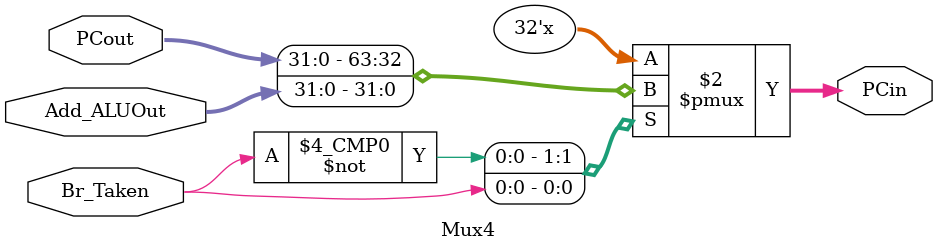
<source format=v>
module Mux4 (	
  input wire [31:0] PCout, Add_ALUOut,
	input wire Br_Taken,
	output reg [31:0] PCin);

always @(*) 
	 begin
		case (Br_Taken)
			0: PCin = PCout ;
			1: PCin = Add_ALUOut;
		endcase
	end
	
endmodule
</source>
